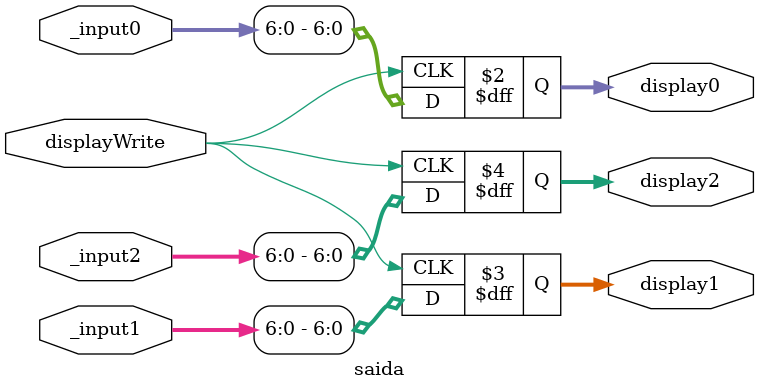
<source format=v>
module saida(_input0, _input1, _input2, display2, display1, display0, displayWrite);
	input [31:0] _input0, _input1, _input2;
	output reg [6:0] display0, display1, display2;
	input displayWrite;
	always @(posedge displayWrite) begin
		display0 = _input0;
		display1 = _input1;
		display2 = _input2;
	end	
endmodule 
</source>
